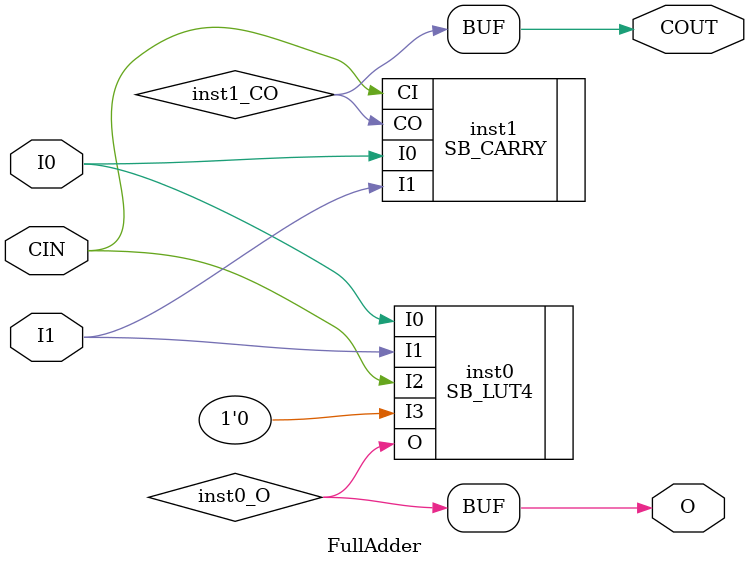
<source format=v>
module FullAdder (input  I0, input  I1, input  CIN, output  O, output  COUT);
wire  inst0_O;
wire  inst1_CO;
SB_LUT4 #(.LUT_INIT(16'h9696)) inst0 (.I0(I0), .I1(I1), .I2(CIN), .I3(1'b0), .O(inst0_O));
SB_CARRY inst1 (.I0(I0), .I1(I1), .CI(CIN), .CO(inst1_CO));
assign O = inst0_O;
assign COUT = inst1_CO;
endmodule


</source>
